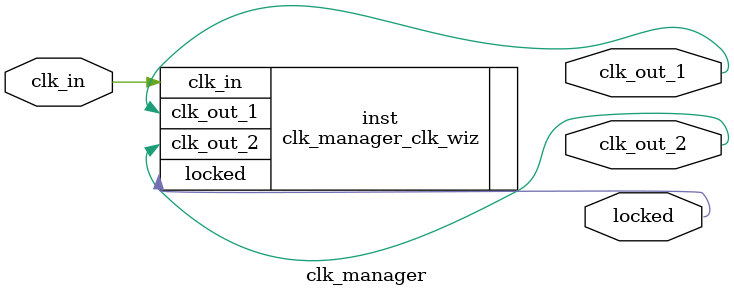
<source format=v>


`timescale 1ps/1ps

(* CORE_GENERATION_INFO = "clk_manager,clk_wiz_v5_3_3_0,{component_name=clk_manager,use_phase_alignment=true,use_min_o_jitter=false,use_max_i_jitter=false,use_dyn_phase_shift=false,use_inclk_switchover=false,use_dyn_reconfig=false,enable_axi=0,feedback_source=FDBK_AUTO,PRIMITIVE=MMCM,num_out_clk=2,clkin1_period=10.0,clkin2_period=10.0,use_power_down=false,use_reset=false,use_locked=true,use_inclk_stopped=false,feedback_type=SINGLE,CLOCK_MGR_TYPE=NA,manual_override=false}" *)

module clk_manager 
 (
  // Clock out ports
  output        clk_out_1,
  output        clk_out_2,
  // Status and control signals
  output        locked,
 // Clock in ports
  input         clk_in
 );

  clk_manager_clk_wiz inst
  (
  // Clock out ports  
  .clk_out_1(clk_out_1),
  .clk_out_2(clk_out_2),
  // Status and control signals               
  .locked(locked),
 // Clock in ports
  .clk_in(clk_in)
  );

endmodule

</source>
